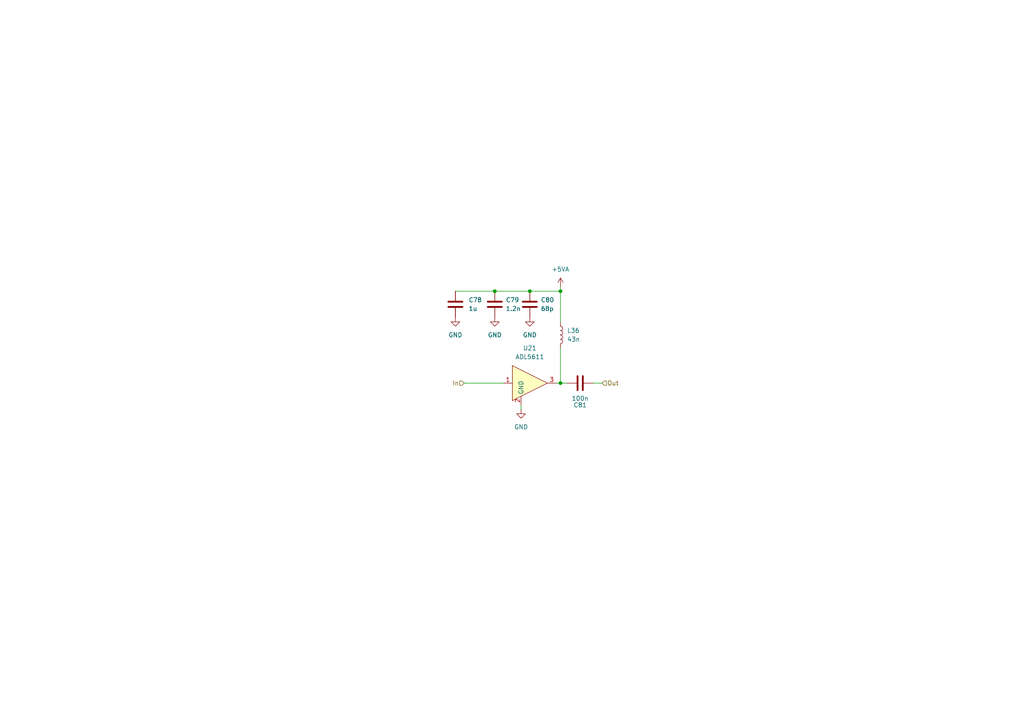
<source format=kicad_sch>
(kicad_sch (version 20230121) (generator eeschema)
  (paper "A4")
  (lib_symbols
    (symbol "Device:C" (pin_numbers hide) (pin_names (offset 0.254))
      (property "Reference" "C" (at 0.635 2.54 0))
      (property "Value" "C" (at 0.635 -2.54 0))
      (symbol "C_0_1"
        (polyline (pts (xy -2.032 -0.762) (xy 2.032 -0.762)) (stroke (width 0.508)))
        (polyline (pts (xy -2.032 0.762) (xy 2.032 0.762)) (stroke (width 0.508)))
      )
      (symbol "C_1_1"
        (pin passive line (at 0 3.81 270) (length 2.794) (name "~") (number "1"))
        (pin passive line (at 0 -3.81 90) (length 2.794) (name "~") (number "2"))
      )
    )
    (symbol "Device:L" (pin_numbers hide) (pin_names (offset 1.016) hide)
      (property "Reference" "L" (at -1.27 0 90))
      (property "Value" "L" (at 1.905 0 90))
      (symbol "L_0_1"
        (arc (start 0 -2.54) (mid 0.6323 -1.905) (end 0 -1.27))
        (arc (start 0 -1.27) (mid 0.6323 -0.635) (end 0 0))
        (arc (start 0 0) (mid 0.6323 0.635) (end 0 1.27))
        (arc (start 0 1.27) (mid 0.6323 1.905) (end 0 2.54))
      )
      (symbol "L_1_1"
        (pin passive line (at 0 3.81 270) (length 1.27) (name "1") (number "1"))
        (pin passive line (at 0 -3.81 90) (length 1.27) (name "2") (number "2"))
      )
    )
    (symbol "Project Library:ADL5611"
      (property "Reference" "U" (at 0 3.81 0))
      (property "Value" "ADL5611" (at 0 6.35 0))
      (symbol "ADL5611_0_1"
        (polyline (pts (xy -5.08 5.08) (xy -5.08 -5.08) (xy 5.08 0) (xy -5.08 5.08)) (fill (type background)))
      )
      (symbol "ADL5611_1_1"
        (pin input line (at -7.62 0 0) (length 2.54) (name "") (number "1"))
        (pin power_in line (at -2.54 -6.35 90) (length 2.54) (name "GND") (number "2"))
        (pin output line (at 7.62 0 180) (length 2.54) (name "") (number "3"))
      )
    )
    (symbol "power:+5VA" (power) (pin_names (offset 0))
      (property "Value" "+5VA" (at 0 3.556 0))
      (symbol "+5VA_0_1"
        (polyline (pts (xy -0.762 1.27) (xy 0 2.54)))
        (polyline (pts (xy 0 0) (xy 0 2.54)))
        (polyline (pts (xy 0 2.54) (xy 0.762 1.27)))
      )
      (symbol "+5VA_1_1"
        (pin power_in line (at 0 0 90) (length 0) hide (name "+5VA") (number "1"))
      )
    )
    (symbol "power:GND" (power) (pin_names (offset 0))
      (property "Value" "GND" (at 0 -3.81 0))
      (symbol "GND_0_1"
        (polyline (pts (xy 0 0) (xy 0 -1.27) (xy 1.27 -1.27) (xy 0 -2.54) (xy -1.27 -1.27) (xy 0 -1.27)))
      )
      (symbol "GND_1_1"
        (pin power_in line (at 0 0 270) (length 0) hide (name "GND") (number "1"))
      )
    )
  )
  (junction (at 143.51 84.455))
  (junction (at 162.56 111.125))
  (junction (at 162.56 84.455))
  (junction (at 153.67 84.455))
  (wire (pts (xy 162.56 93.345) (xy 162.56 84.455)))
  (wire (pts (xy 151.13 117.475) (xy 151.13 118.745)))
  (wire (pts (xy 162.56 84.455) (xy 153.67 84.455)))
  (wire (pts (xy 172.085 111.125) (xy 174.625 111.125)))
  (wire (pts (xy 162.56 111.125) (xy 164.465 111.125)))
  (wire (pts (xy 161.29 111.125) (xy 162.56 111.125)))
  (wire (pts (xy 162.56 83.185) (xy 162.56 84.455)))
  (wire (pts (xy 143.51 84.455) (xy 132.08 84.455)))
  (wire (pts (xy 134.62 111.125) (xy 146.05 111.125)))
  (wire (pts (xy 153.67 84.455) (xy 143.51 84.455)))
  (wire (pts (xy 162.56 100.965) (xy 162.56 111.125)))
  (hierarchical_label "In" (shape input) (at 134.62 111.125 180))
  (hierarchical_label "Out" (shape input) (at 174.625 111.125 0))
  (symbol (lib_id "power:GND") (at 151.13 118.745 0) (unit 1)
    (property "Reference" "#PWR0121" (effects hide))
    (property "Value" "GND" (at 151.13 123.825 0))
    (instances (project "GreX Frontend" (path "" (reference "#PWR0121") (unit 1)) (path "" (reference "#PWR0116") (unit 1))))
  )
  (symbol (lib_id "power:GND") (at 153.67 92.075 0) (unit 1)
    (property "Reference" "#PWR0122" (effects hide))
    (property "Value" "GND" (at 153.67 97.155 0))
    (instances (project "GreX Frontend" (path "" (reference "#PWR0122") (unit 1)) (path "" (reference "#PWR0117") (unit 1))))
  )
  (symbol (lib_id "power:GND") (at 132.08 92.075 0) (unit 1)
    (property "Reference" "#PWR0119" (effects hide))
    (property "Value" "GND" (at 132.08 97.155 0))
    (instances (project "GreX Frontend" (path "" (reference "#PWR0119") (unit 1)) (path "" (reference "#PWR0114") (unit 1))))
  )
  (symbol (lib_id "Device:C") (at 168.275 111.125 270) (mirror x) (unit 1)
    (property "Reference" "C81" (at 168.275 117.475 90))
    (property "Value" "100n" (at 168.275 115.57 90))
    (property "Footprint" "Capacitor_SMD:C_0402_1005Metric" (effects hide))
    (property "MPN" "CC0402KRX7R7BB104" (effects hide))
    (property "LCSC" "C60474" (effects hide))
    (instances (project "GreX Frontend" (path "" (reference "C81") (unit 1)) (path "" (reference "C77") (unit 1))))
  )
  (symbol (lib_id "Device:C") (at 143.51 88.265 180) (unit 1)
    (property "Reference" "C79" (at 146.685 86.9949 0) (effects (justify right)))
    (property "Value" "1.2n" (at 146.685 89.5349 0) (effects (justify right)))
    (property "Footprint" "Capacitor_SMD:C_0603_1608Metric" (effects hide))
    (property "MPN" "CL10B122KB8NNNC" (effects hide))
    (property "LCSC" "C30615" (effects hide))
    (instances (project "GreX Frontend" (path "" (reference "C79") (unit 1)) (path "" (reference "C75") (unit 1))))
  )
  (symbol (lib_id "power:+5VA") (at 162.56 83.185 0) (unit 1)
    (property "Reference" "#PWR0123" (effects hide))
    (property "Value" "+5VA" (at 162.56 78.105 0))
    (instances (project "GreX Frontend" (path "" (reference "#PWR0123") (unit 1)) (path "" (reference "#PWR0118") (unit 1))))
  )
  (symbol (lib_id "Device:C") (at 132.08 88.265 180) (unit 1)
    (property "Reference" "C78" (at 135.89 86.9949 0) (effects (justify right)))
    (property "Value" "1u" (at 135.89 89.5349 0) (effects (justify right)))
    (property "Footprint" "Capacitor_SMD:C_0603_1608Metric" (effects hide))
    (property "MPN" "CL10A105KA8NNNC" (effects hide))
    (property "LCSC" "C5673" (effects hide))
    (instances (project "GreX Frontend" (path "" (reference "C78") (unit 1)) (path "" (reference "C74") (unit 1))))
  )
  (symbol (lib_id "Device:C") (at 153.67 88.265 180) (unit 1)
    (property "Reference" "C80" (at 156.845 86.9949 0) (effects (justify right)))
    (property "Value" "68p" (at 156.845 89.5349 0) (effects (justify right)))
    (property "Footprint" "Capacitor_SMD:C_0603_1608Metric" (effects hide))
    (property "MPN" "CL10C680JB8NNNC" (effects hide))
    (property "LCSC" "C28262" (effects hide))
    (instances (project "GreX Frontend" (path "" (reference "C80") (unit 1)) (path "" (reference "C76") (unit 1))))
  )
  (symbol (lib_id "Device:L") (at 162.56 97.155 0) (unit 1)
    (property "Reference" "L36" (at 164.465 95.8849 0) (effects (justify left)))
    (property "Value" "43n" (at 164.465 98.4249 0) (effects (justify left)))
    (property "Footprint" "Inductor_SMD:L_0402_1005Metric" (effects hide))
    (property "MPN" "LQW15AN43NJ00D" (effects hide))
    (property "LCSC" "C167479" (effects hide))
    (instances (project "GreX Frontend" (path "" (reference "L36") (unit 1)) (path "" (reference "L35") (unit 1))))
  )
  (symbol (lib_id "power:GND") (at 143.51 92.075 0) (unit 1)
    (property "Reference" "#PWR0120" (effects hide))
    (property "Value" "GND" (at 143.51 97.155 0))
    (instances (project "GreX Frontend" (path "" (reference "#PWR0120") (unit 1)) (path "" (reference "#PWR0115") (unit 1))))
  )
  (symbol (lib_id "Project Library:ADL5611") (at 153.67 111.125 0) (unit 1)
    (property "Reference" "U21" (at 153.67 100.965 0))
    (property "Value" "ADL5611" (at 153.67 103.505 0))
    (property "Footprint" "DSA2000:SOT89-HighTemp" (effects hide))
    (property "Datasheet" "https://www.analog.com/media/en/technical-documentation/data-sheets/ADL5611.pdf" (effects hide))
    (property "MPN" "ADL5611ARKZ-R7" (effects hide))
    (property "LCSC" "C208262" (effects hide))
    (instances (project "GreX Frontend" (path "" (reference "U21") (unit 1)) (path "" (reference "U20") (unit 1))))
  )
)
</source>
